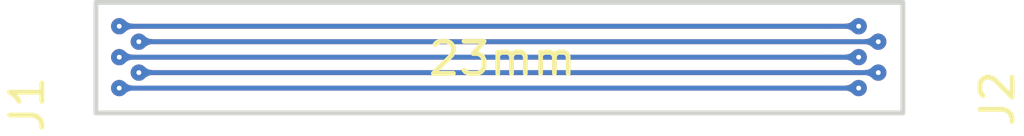
<source format=kicad_pcb>
(kicad_pcb (version 20171130) (host pcbnew "(5.1.0)-1")

  (general
    (thickness 1.6)
    (drawings 5)
    (tracks 20)
    (zones 0)
    (modules 2)
    (nets 6)
  )

  (page A4)
  (layers
    (0 F.Cu signal)
    (31 B.Cu signal)
    (32 B.Adhes user)
    (33 F.Adhes user)
    (34 B.Paste user)
    (35 F.Paste user)
    (36 B.SilkS user)
    (37 F.SilkS user)
    (38 B.Mask user)
    (39 F.Mask user)
    (40 Dwgs.User user)
    (41 Cmts.User user)
    (42 Eco1.User user)
    (43 Eco2.User user)
    (44 Edge.Cuts user)
    (45 Margin user)
    (46 B.CrtYd user)
    (47 F.CrtYd user)
    (48 B.Fab user)
    (49 F.Fab user hide)
  )

  (setup
    (last_trace_width 0.1524)
    (trace_clearance 0.127)
    (zone_clearance 0.127)
    (zone_45_only no)
    (trace_min 0.1524)
    (via_size 0.508)
    (via_drill 0.254)
    (via_min_size 0.508)
    (via_min_drill 0.254)
    (uvia_size 0.3)
    (uvia_drill 0.1)
    (uvias_allowed no)
    (uvia_min_size 0.2)
    (uvia_min_drill 0.1)
    (edge_width 0.15)
    (segment_width 0.2)
    (pcb_text_width 0.3)
    (pcb_text_size 1.5 1.5)
    (mod_edge_width 0.15)
    (mod_text_size 1 1)
    (mod_text_width 0.15)
    (pad_size 0.508 0.508)
    (pad_drill 0.15)
    (pad_to_mask_clearance 0.051)
    (solder_mask_min_width 0.25)
    (aux_axis_origin 0 0)
    (visible_elements FFFFFF7F)
    (pcbplotparams
      (layerselection 0x010fc_ffffffff)
      (usegerberextensions false)
      (usegerberattributes false)
      (usegerberadvancedattributes false)
      (creategerberjobfile false)
      (excludeedgelayer true)
      (linewidth 0.100000)
      (plotframeref false)
      (viasonmask false)
      (mode 1)
      (useauxorigin false)
      (hpglpennumber 1)
      (hpglpenspeed 20)
      (hpglpendiameter 15.000000)
      (psnegative false)
      (psa4output false)
      (plotreference true)
      (plotvalue true)
      (plotinvisibletext false)
      (padsonsilk false)
      (subtractmaskfromsilk false)
      (outputformat 1)
      (mirror false)
      (drillshape 1)
      (scaleselection 1)
      (outputdirectory ""))
  )

  (net 0 "")
  (net 1 "Net-(J1-Pad5)")
  (net 2 "Net-(J1-Pad3)")
  (net 3 "Net-(J1-Pad4)")
  (net 4 "Net-(J1-Pad1)")
  (net 5 "Net-(J1-Pad2)")

  (net_class Default "This is the default net class."
    (clearance 0.127)
    (trace_width 0.1524)
    (via_dia 0.508)
    (via_drill 0.254)
    (uvia_dia 0.3)
    (uvia_drill 0.1)
    (add_net "Net-(J1-Pad1)")
    (add_net "Net-(J1-Pad2)")
    (add_net "Net-(J1-Pad3)")
    (add_net "Net-(J1-Pad4)")
    (add_net "Net-(J1-Pad5)")
  )

  (module .Connector:B2B_Flex_05_Dual_Row_38milx24mil_Hole_20mil (layer F.Cu) (tedit 5DA7B475) (tstamp 5DA7FB9A)
    (at 163 100 90)
    (path /5DA7B421)
    (fp_text reference J2 (at -0.3046 4.2938 90) (layer F.SilkS)
      (effects (font (size 1 1) (thickness 0.15)))
    )
    (fp_text value Conn_01x05 (at 0.3556 3.048 90) (layer F.Fab)
      (effects (font (size 1 1) (thickness 0.15)))
    )
    (pad 5 thru_hole circle (at 1.955398 -0.025 90) (size 0.508 0.508) (drill 0.15) (layers *.Cu *.Mask)
      (net 1 "Net-(J1-Pad5)") (zone_connect 2))
    (pad 3 thru_hole circle (at 0.990199 -0.025 90) (size 0.508 0.508) (drill 0.15) (layers *.Cu *.Mask)
      (net 2 "Net-(J1-Pad3)") (zone_connect 2))
    (pad 4 thru_hole circle (at 1.472798 0.5846 90) (size 0.508 0.508) (drill 0.15) (layers *.Cu *.Mask)
      (net 3 "Net-(J1-Pad4)") (zone_connect 2))
    (pad 1 thru_hole circle (at 0.025 -0.025 90) (size 0.508 0.508) (drill 0.15) (layers *.Cu *.Mask)
      (net 4 "Net-(J1-Pad1)") (zone_connect 2))
    (pad 2 thru_hole circle (at 0.507599 0.5846 90) (size 0.508 0.508) (drill 0.15) (layers *.Cu *.Mask)
      (net 5 "Net-(J1-Pad2)") (zone_connect 2))
  )

  (module .Connector:B2B_Flex_05_Dual_Row_38milx24mil_Hole_20mil (layer F.Cu) (tedit 5D845635) (tstamp 5DA7FB91)
    (at 140 100 90)
    (path /5DA7ADE4)
    (fp_text reference J1 (at -0.48494 -2.88572 90) (layer F.SilkS)
      (effects (font (size 1 1) (thickness 0.15)))
    )
    (fp_text value Conn_01x05 (at 0.3556 3.048 90) (layer F.Fab)
      (effects (font (size 1 1) (thickness 0.15)))
    )
    (pad 5 thru_hole circle (at 1.955398 -0.025 90) (size 0.508 0.508) (drill 0.15) (layers *.Cu *.Mask)
      (net 1 "Net-(J1-Pad5)") (zone_connect 2))
    (pad 3 thru_hole circle (at 0.990199 -0.025 90) (size 0.508 0.508) (drill 0.15) (layers *.Cu *.Mask)
      (net 2 "Net-(J1-Pad3)") (zone_connect 2))
    (pad 4 thru_hole circle (at 1.472798 0.5846 90) (size 0.508 0.508) (drill 0.15) (layers *.Cu *.Mask)
      (net 3 "Net-(J1-Pad4)") (zone_connect 2))
    (pad 1 thru_hole circle (at 0.025 -0.025 90) (size 0.508 0.508) (drill 0.15) (layers *.Cu *.Mask)
      (net 4 "Net-(J1-Pad1)") (zone_connect 2))
    (pad 2 thru_hole circle (at 0.507599 0.5846 90) (size 0.508 0.508) (drill 0.15) (layers *.Cu *.Mask)
      (net 5 "Net-(J1-Pad2)") (zone_connect 2))
  )

  (gr_line (start 164.35 100.75) (end 164.35 97.3) (layer Edge.Cuts) (width 0.15) (tstamp 5DA7FC5E))
  (gr_line (start 139.25 100.75) (end 139.25 97.3) (layer Edge.Cuts) (width 0.15) (tstamp 5DA7FC5D))
  (gr_line (start 164.35 97.3) (end 139.25 97.3) (layer Edge.Cuts) (width 0.15))
  (gr_line (start 139.25 100.75) (end 164.35 100.75) (layer Edge.Cuts) (width 0.15))
  (gr_text 23mm (at 151.892 99.06) (layer F.SilkS)
    (effects (font (size 1 1) (thickness 0.15)))
  )

  (segment (start 139.975 98.044602) (end 161.975 98.044602) (width 0.1524) (layer F.Cu) (net 1))
  (segment (start 139.975 98.044602) (end 161.975 98.044602) (width 0.1524) (layer B.Cu) (net 1))
  (segment (start 161.975 98.044602) (end 162.975 98.044602) (width 0.1524) (layer B.Cu) (net 1))
  (segment (start 161.975 98.044602) (end 162.975 98.044602) (width 0.1524) (layer F.Cu) (net 1))
  (segment (start 139.975 99.009801) (end 161.975 99.009801) (width 0.1524) (layer F.Cu) (net 2))
  (segment (start 161.975 99.009801) (end 162.975 99.009801) (width 0.1524) (layer B.Cu) (net 2))
  (segment (start 139.975 99.009801) (end 161.975 99.009801) (width 0.1524) (layer B.Cu) (net 2))
  (segment (start 161.975 99.009801) (end 162.975 99.009801) (width 0.1524) (layer F.Cu) (net 2))
  (segment (start 140.5846 98.527202) (end 162.5846 98.527202) (width 0.1524) (layer B.Cu) (net 3))
  (segment (start 162.5846 98.527202) (end 163.5846 98.527202) (width 0.1524) (layer B.Cu) (net 3))
  (segment (start 162.5846 98.527202) (end 163.5846 98.527202) (width 0.1524) (layer F.Cu) (net 3))
  (segment (start 140.5846 98.527202) (end 162.5846 98.527202) (width 0.1524) (layer F.Cu) (net 3))
  (segment (start 139.975 99.975) (end 161.975 99.975) (width 0.1524) (layer F.Cu) (net 4))
  (segment (start 161.975 99.975) (end 139.975 99.975) (width 0.1524) (layer B.Cu) (net 4))
  (segment (start 161.975 99.975) (end 162.975 99.975) (width 0.1524) (layer B.Cu) (net 4))
  (segment (start 161.975 99.975) (end 162.975 99.975) (width 0.1524) (layer F.Cu) (net 4))
  (segment (start 140.5846 99.492401) (end 162.5846 99.492401) (width 0.1524) (layer B.Cu) (net 5))
  (segment (start 162.5846 99.492401) (end 163.5846 99.492401) (width 0.1524) (layer B.Cu) (net 5))
  (segment (start 162.738401 99.492401) (end 163.5846 99.492401) (width 0.1524) (layer F.Cu) (net 5))
  (segment (start 140.5846 99.492401) (end 162.738401 99.492401) (width 0.1524) (layer F.Cu) (net 5))

  (zone (net 1) (net_name "Net-(J1-Pad5)") (layer F.Cu) (tstamp 5DA7B40A) (hatch edge 0.508)
    (priority 100)
    (connect_pads yes (clearance 0.127))
    (min_thickness 0.0254)
    (fill yes (arc_segments 32) (thermal_gap 0.508) (thermal_bridge_width 0.508))
    (polygon
      (pts
        (xy 162.5473 97.9678) (xy 162.576466 97.966784) (xy 162.604658 97.963736) (xy 162.631877 97.958657) (xy 162.658123 97.951544)
        (xy 162.683395 97.9424) (xy 162.707693 97.931224) (xy 162.731018 97.918016) (xy 162.753369 97.902776) (xy 162.774747 97.885504)
        (xy 162.795152 97.8662) (xy 163.103544 98.044) (xy 162.795152 98.2218) (xy 162.774747 98.202496) (xy 162.753369 98.185224)
        (xy 162.731018 98.169985) (xy 162.707693 98.156776) (xy 162.683395 98.1456) (xy 162.658123 98.136456) (xy 162.631877 98.129344)
        (xy 162.604658 98.124264) (xy 162.576466 98.121216) (xy 162.5473 98.1202)
      )
    )
    (filled_polygon
      (pts
        (xy 163.078118 98.044) (xy 162.797007 98.206072) (xy 162.783475 98.19327) (xy 162.782728 98.192617) (xy 162.76135 98.175345)
        (xy 162.760523 98.174731) (xy 162.738172 98.159492) (xy 162.737276 98.158934) (xy 162.713951 98.145725) (xy 162.713 98.145238)
        (xy 162.688702 98.134062) (xy 162.687716 98.133658) (xy 162.662444 98.124514) (xy 162.661445 98.124198) (xy 162.635199 98.117086)
        (xy 162.634207 98.11686) (xy 162.606988 98.11178) (xy 162.606023 98.111638) (xy 162.577831 98.10859) (xy 162.576908 98.108524)
        (xy 162.56 98.107935) (xy 162.56 97.980065) (xy 162.576908 97.979476) (xy 162.577831 97.97941) (xy 162.606023 97.976362)
        (xy 162.606988 97.976221) (xy 162.634207 97.971142) (xy 162.635199 97.970915) (xy 162.661445 97.963802) (xy 162.662444 97.963486)
        (xy 162.687716 97.954342) (xy 162.688702 97.953938) (xy 162.713 97.942762) (xy 162.713951 97.942275) (xy 162.737276 97.929067)
        (xy 162.738173 97.928509) (xy 162.760524 97.913269) (xy 162.76135 97.912655) (xy 162.782728 97.895383) (xy 162.783475 97.89473)
        (xy 162.797007 97.881928)
      )
    )
  )
  (zone (net 3) (net_name "Net-(J1-Pad4)") (layer F.Cu) (tstamp 5DA7FCE4) (hatch edge 0.508)
    (priority 100)
    (connect_pads yes (clearance 0.127))
    (min_thickness 0.0254)
    (fill yes (arc_segments 32) (thermal_gap 0.508) (thermal_bridge_width 0.508))
    (polygon
      (pts
        (xy 163.15436 98.4504) (xy 163.183526 98.449384) (xy 163.211718 98.446336) (xy 163.238937 98.441257) (xy 163.265183 98.434144)
        (xy 163.290455 98.425) (xy 163.314753 98.413824) (xy 163.338078 98.400616) (xy 163.360429 98.385376) (xy 163.381807 98.368104)
        (xy 163.402212 98.3488) (xy 163.710604 98.5266) (xy 163.402212 98.7044) (xy 163.381807 98.685096) (xy 163.360429 98.667824)
        (xy 163.338078 98.652585) (xy 163.314753 98.639376) (xy 163.290455 98.6282) (xy 163.265183 98.619056) (xy 163.238937 98.611944)
        (xy 163.211718 98.606864) (xy 163.183526 98.603816) (xy 163.15436 98.6028)
      )
    )
    (filled_polygon
      (pts
        (xy 163.685178 98.5266) (xy 163.404067 98.688672) (xy 163.390535 98.67587) (xy 163.389788 98.675217) (xy 163.36841 98.657945)
        (xy 163.367583 98.657331) (xy 163.345232 98.642092) (xy 163.344336 98.641534) (xy 163.321011 98.628325) (xy 163.32006 98.627838)
        (xy 163.295762 98.616662) (xy 163.294776 98.616258) (xy 163.269504 98.607114) (xy 163.268505 98.606798) (xy 163.242259 98.599686)
        (xy 163.241267 98.59946) (xy 163.214048 98.59438) (xy 163.213083 98.594238) (xy 163.184891 98.59119) (xy 163.183968 98.591124)
        (xy 163.16706 98.590535) (xy 163.16706 98.462665) (xy 163.183968 98.462076) (xy 163.184891 98.46201) (xy 163.213083 98.458962)
        (xy 163.214048 98.458821) (xy 163.241267 98.453742) (xy 163.242259 98.453515) (xy 163.268505 98.446402) (xy 163.269504 98.446086)
        (xy 163.294776 98.436942) (xy 163.295762 98.436538) (xy 163.32006 98.425362) (xy 163.321011 98.424875) (xy 163.344336 98.411667)
        (xy 163.345233 98.411109) (xy 163.367584 98.395869) (xy 163.36841 98.395255) (xy 163.389788 98.377983) (xy 163.390535 98.37733)
        (xy 163.404067 98.364528)
      )
    )
  )
  (zone (net 2) (net_name "Net-(J1-Pad3)") (layer F.Cu) (tstamp 5DA7FCE4) (hatch edge 0.508)
    (priority 100)
    (connect_pads yes (clearance 0.127))
    (min_thickness 0.0254)
    (fill yes (arc_segments 32) (thermal_gap 0.508) (thermal_bridge_width 0.508))
    (polygon
      (pts
        (xy 162.5473 98.933) (xy 162.576466 98.931984) (xy 162.604658 98.928936) (xy 162.631877 98.923857) (xy 162.658123 98.916744)
        (xy 162.683395 98.9076) (xy 162.707693 98.896424) (xy 162.731018 98.883216) (xy 162.753369 98.867976) (xy 162.774747 98.850704)
        (xy 162.795152 98.8314) (xy 163.103544 99.0092) (xy 162.795152 99.187) (xy 162.774747 99.167696) (xy 162.753369 99.150424)
        (xy 162.731018 99.135185) (xy 162.707693 99.121976) (xy 162.683395 99.1108) (xy 162.658123 99.101656) (xy 162.631877 99.094544)
        (xy 162.604658 99.089464) (xy 162.576466 99.086416) (xy 162.5473 99.0854)
      )
    )
    (filled_polygon
      (pts
        (xy 163.078118 99.0092) (xy 162.797007 99.171272) (xy 162.783475 99.15847) (xy 162.782728 99.157817) (xy 162.76135 99.140545)
        (xy 162.760523 99.139931) (xy 162.738172 99.124692) (xy 162.737276 99.124134) (xy 162.713951 99.110925) (xy 162.713 99.110438)
        (xy 162.688702 99.099262) (xy 162.687716 99.098858) (xy 162.662444 99.089714) (xy 162.661445 99.089398) (xy 162.635199 99.082286)
        (xy 162.634207 99.08206) (xy 162.606988 99.07698) (xy 162.606023 99.076838) (xy 162.577831 99.07379) (xy 162.576908 99.073724)
        (xy 162.56 99.073135) (xy 162.56 98.945265) (xy 162.576908 98.944676) (xy 162.577831 98.94461) (xy 162.606023 98.941562)
        (xy 162.606988 98.941421) (xy 162.634207 98.936342) (xy 162.635199 98.936115) (xy 162.661445 98.929002) (xy 162.662444 98.928686)
        (xy 162.687716 98.919542) (xy 162.688702 98.919138) (xy 162.713 98.907962) (xy 162.713951 98.907475) (xy 162.737276 98.894267)
        (xy 162.738173 98.893709) (xy 162.760524 98.878469) (xy 162.76135 98.877855) (xy 162.782728 98.860583) (xy 162.783475 98.85993)
        (xy 162.797007 98.847128)
      )
    )
  )
  (zone (net 5) (net_name "Net-(J1-Pad2)") (layer F.Cu) (tstamp 5DA7FCE4) (hatch edge 0.508)
    (priority 100)
    (connect_pads yes (clearance 0.127))
    (min_thickness 0.0254)
    (fill yes (arc_segments 32) (thermal_gap 0.508) (thermal_bridge_width 0.508))
    (polygon
      (pts
        (xy 163.15436 99.4156) (xy 163.183526 99.414584) (xy 163.211718 99.411536) (xy 163.238937 99.406457) (xy 163.265183 99.399344)
        (xy 163.290455 99.3902) (xy 163.314753 99.379024) (xy 163.338078 99.365816) (xy 163.360429 99.350576) (xy 163.381807 99.333304)
        (xy 163.402212 99.314) (xy 163.710604 99.4918) (xy 163.402212 99.6696) (xy 163.381807 99.650296) (xy 163.360429 99.633024)
        (xy 163.338078 99.617785) (xy 163.314753 99.604576) (xy 163.290455 99.5934) (xy 163.265183 99.584256) (xy 163.238937 99.577144)
        (xy 163.211718 99.572064) (xy 163.183526 99.569016) (xy 163.15436 99.568)
      )
    )
    (filled_polygon
      (pts
        (xy 163.685178 99.4918) (xy 163.404067 99.653872) (xy 163.390535 99.64107) (xy 163.389788 99.640417) (xy 163.36841 99.623145)
        (xy 163.367583 99.622531) (xy 163.345232 99.607292) (xy 163.344336 99.606734) (xy 163.321011 99.593525) (xy 163.32006 99.593038)
        (xy 163.295762 99.581862) (xy 163.294776 99.581458) (xy 163.269504 99.572314) (xy 163.268505 99.571998) (xy 163.242259 99.564886)
        (xy 163.241267 99.56466) (xy 163.214048 99.55958) (xy 163.213083 99.559438) (xy 163.184891 99.55639) (xy 163.183968 99.556324)
        (xy 163.16706 99.555735) (xy 163.16706 99.427865) (xy 163.183968 99.427276) (xy 163.184891 99.42721) (xy 163.213083 99.424162)
        (xy 163.214048 99.424021) (xy 163.241267 99.418942) (xy 163.242259 99.418715) (xy 163.268505 99.411602) (xy 163.269504 99.411286)
        (xy 163.294776 99.402142) (xy 163.295762 99.401738) (xy 163.32006 99.390562) (xy 163.321011 99.390075) (xy 163.344336 99.376867)
        (xy 163.345233 99.376309) (xy 163.367584 99.361069) (xy 163.36841 99.360455) (xy 163.389788 99.343183) (xy 163.390535 99.34253)
        (xy 163.404067 99.329728)
      )
    )
  )
  (zone (net 4) (net_name "Net-(J1-Pad1)") (layer F.Cu) (tstamp 5DA7FCE4) (hatch edge 0.508)
    (priority 100)
    (connect_pads yes (clearance 0.127))
    (min_thickness 0.0254)
    (fill yes (arc_segments 32) (thermal_gap 0.508) (thermal_bridge_width 0.508))
    (polygon
      (pts
        (xy 162.54476 99.8982) (xy 162.573926 99.897184) (xy 162.602118 99.894136) (xy 162.629337 99.889057) (xy 162.655583 99.881944)
        (xy 162.680855 99.8728) (xy 162.705153 99.861624) (xy 162.728478 99.848416) (xy 162.750829 99.833176) (xy 162.772207 99.815904)
        (xy 162.792612 99.7966) (xy 163.101004 99.9744) (xy 162.792612 100.1522) (xy 162.772207 100.132896) (xy 162.750829 100.115624)
        (xy 162.728478 100.100385) (xy 162.705153 100.087176) (xy 162.680855 100.076) (xy 162.655583 100.066856) (xy 162.629337 100.059744)
        (xy 162.602118 100.054664) (xy 162.573926 100.051616) (xy 162.54476 100.0506)
      )
    )
    (filled_polygon
      (pts
        (xy 163.075578 99.9744) (xy 162.794467 100.136472) (xy 162.780935 100.12367) (xy 162.780188 100.123017) (xy 162.75881 100.105745)
        (xy 162.757983 100.105131) (xy 162.735632 100.089892) (xy 162.734736 100.089334) (xy 162.711411 100.076125) (xy 162.71046 100.075638)
        (xy 162.686162 100.064462) (xy 162.685176 100.064058) (xy 162.659904 100.054914) (xy 162.658905 100.054598) (xy 162.632659 100.047486)
        (xy 162.631667 100.04726) (xy 162.604448 100.04218) (xy 162.603483 100.042038) (xy 162.575291 100.03899) (xy 162.574368 100.038924)
        (xy 162.55746 100.038335) (xy 162.55746 99.910465) (xy 162.574368 99.909876) (xy 162.575291 99.90981) (xy 162.603483 99.906762)
        (xy 162.604448 99.906621) (xy 162.631667 99.901542) (xy 162.632659 99.901315) (xy 162.658905 99.894202) (xy 162.659904 99.893886)
        (xy 162.685176 99.884742) (xy 162.686162 99.884338) (xy 162.71046 99.873162) (xy 162.711411 99.872675) (xy 162.734736 99.859467)
        (xy 162.735633 99.858909) (xy 162.757984 99.843669) (xy 162.75881 99.843055) (xy 162.780188 99.825783) (xy 162.780935 99.82513)
        (xy 162.794467 99.812328)
      )
    )
  )
  (zone (net 1) (net_name "Net-(J1-Pad5)") (layer F.Cu) (tstamp 5DA7FCE4) (hatch edge 0.508)
    (priority 100)
    (connect_pads yes (clearance 0.127))
    (min_thickness 0.0254)
    (fill yes (arc_segments 32) (thermal_gap 0.508) (thermal_bridge_width 0.508))
    (polygon
      (pts
        (xy 140.40612 98.1202) (xy 140.376954 98.121216) (xy 140.348762 98.124264) (xy 140.321543 98.129343) (xy 140.295297 98.136456)
        (xy 140.270025 98.1456) (xy 140.245727 98.156776) (xy 140.222402 98.169984) (xy 140.200051 98.185224) (xy 140.178673 98.202496)
        (xy 140.158268 98.2218) (xy 139.849876 98.044) (xy 140.158268 97.8662) (xy 140.178673 97.885504) (xy 140.200051 97.902776)
        (xy 140.222402 97.918015) (xy 140.245727 97.931224) (xy 140.270025 97.9424) (xy 140.295297 97.951544) (xy 140.321543 97.958656)
        (xy 140.348762 97.963736) (xy 140.376954 97.966784) (xy 140.40612 97.9678)
      )
    )
    (filled_polygon
      (pts
        (xy 140.169945 97.89473) (xy 140.170692 97.895383) (xy 140.19207 97.912655) (xy 140.192897 97.913269) (xy 140.215248 97.928508)
        (xy 140.216144 97.929066) (xy 140.239469 97.942275) (xy 140.24042 97.942762) (xy 140.264718 97.953938) (xy 140.265704 97.954342)
        (xy 140.290976 97.963486) (xy 140.291975 97.963802) (xy 140.318221 97.970914) (xy 140.319213 97.97114) (xy 140.346432 97.97622)
        (xy 140.347397 97.976362) (xy 140.375589 97.97941) (xy 140.376512 97.979476) (xy 140.39342 97.980065) (xy 140.39342 98.107935)
        (xy 140.376512 98.108524) (xy 140.375589 98.10859) (xy 140.347397 98.111638) (xy 140.346432 98.111779) (xy 140.319213 98.116858)
        (xy 140.318221 98.117085) (xy 140.291975 98.124198) (xy 140.290976 98.124514) (xy 140.265704 98.133658) (xy 140.264718 98.134062)
        (xy 140.24042 98.145238) (xy 140.239469 98.145725) (xy 140.216144 98.158933) (xy 140.215247 98.159491) (xy 140.192896 98.174731)
        (xy 140.19207 98.175345) (xy 140.170692 98.192617) (xy 140.169945 98.19327) (xy 140.156413 98.206072) (xy 139.875302 98.044)
        (xy 140.156413 97.881928)
      )
    )
  )
  (zone (net 3) (net_name "Net-(J1-Pad4)") (layer F.Cu) (tstamp 5DA7FD20) (hatch edge 0.508)
    (priority 100)
    (connect_pads yes (clearance 0.127))
    (min_thickness 0.0254)
    (fill yes (arc_segments 32) (thermal_gap 0.508) (thermal_bridge_width 0.508))
    (polygon
      (pts
        (xy 141.01572 98.6028) (xy 140.986554 98.603816) (xy 140.958362 98.606864) (xy 140.931143 98.611943) (xy 140.904897 98.619056)
        (xy 140.879625 98.6282) (xy 140.855327 98.639376) (xy 140.832002 98.652584) (xy 140.809651 98.667824) (xy 140.788273 98.685096)
        (xy 140.767868 98.7044) (xy 140.459476 98.5266) (xy 140.767868 98.3488) (xy 140.788273 98.368104) (xy 140.809651 98.385376)
        (xy 140.832002 98.400615) (xy 140.855327 98.413824) (xy 140.879625 98.425) (xy 140.904897 98.434144) (xy 140.931143 98.441256)
        (xy 140.958362 98.446336) (xy 140.986554 98.449384) (xy 141.01572 98.4504)
      )
    )
    (filled_polygon
      (pts
        (xy 140.779545 98.37733) (xy 140.780292 98.377983) (xy 140.80167 98.395255) (xy 140.802497 98.395869) (xy 140.824848 98.411108)
        (xy 140.825744 98.411666) (xy 140.849069 98.424875) (xy 140.85002 98.425362) (xy 140.874318 98.436538) (xy 140.875304 98.436942)
        (xy 140.900576 98.446086) (xy 140.901575 98.446402) (xy 140.927821 98.453514) (xy 140.928813 98.45374) (xy 140.956032 98.45882)
        (xy 140.956997 98.458962) (xy 140.985189 98.46201) (xy 140.986112 98.462076) (xy 141.00302 98.462665) (xy 141.00302 98.590535)
        (xy 140.986112 98.591124) (xy 140.985189 98.59119) (xy 140.956997 98.594238) (xy 140.956032 98.594379) (xy 140.928813 98.599458)
        (xy 140.927821 98.599685) (xy 140.901575 98.606798) (xy 140.900576 98.607114) (xy 140.875304 98.616258) (xy 140.874318 98.616662)
        (xy 140.85002 98.627838) (xy 140.849069 98.628325) (xy 140.825744 98.641533) (xy 140.824847 98.642091) (xy 140.802496 98.657331)
        (xy 140.80167 98.657945) (xy 140.780292 98.675217) (xy 140.779545 98.67587) (xy 140.766013 98.688672) (xy 140.484902 98.5266)
        (xy 140.766013 98.364528)
      )
    )
  )
  (zone (net 2) (net_name "Net-(J1-Pad3)") (layer F.Cu) (tstamp 5DA7FD20) (hatch edge 0.508)
    (priority 100)
    (connect_pads yes (clearance 0.127))
    (min_thickness 0.0254)
    (fill yes (arc_segments 32) (thermal_gap 0.508) (thermal_bridge_width 0.508))
    (polygon
      (pts
        (xy 140.40358 99.0854) (xy 140.374414 99.086416) (xy 140.346222 99.089464) (xy 140.319003 99.094543) (xy 140.292757 99.101656)
        (xy 140.267485 99.1108) (xy 140.243187 99.121976) (xy 140.219862 99.135184) (xy 140.197511 99.150424) (xy 140.176133 99.167696)
        (xy 140.155728 99.187) (xy 139.847336 99.0092) (xy 140.155728 98.8314) (xy 140.176133 98.850704) (xy 140.197511 98.867976)
        (xy 140.219862 98.883215) (xy 140.243187 98.896424) (xy 140.267485 98.9076) (xy 140.292757 98.916744) (xy 140.319003 98.923856)
        (xy 140.346222 98.928936) (xy 140.374414 98.931984) (xy 140.40358 98.933)
      )
    )
    (filled_polygon
      (pts
        (xy 140.167405 98.85993) (xy 140.168152 98.860583) (xy 140.18953 98.877855) (xy 140.190357 98.878469) (xy 140.212708 98.893708)
        (xy 140.213604 98.894266) (xy 140.236929 98.907475) (xy 140.23788 98.907962) (xy 140.262178 98.919138) (xy 140.263164 98.919542)
        (xy 140.288436 98.928686) (xy 140.289435 98.929002) (xy 140.315681 98.936114) (xy 140.316673 98.93634) (xy 140.343892 98.94142)
        (xy 140.344857 98.941562) (xy 140.373049 98.94461) (xy 140.373972 98.944676) (xy 140.39088 98.945265) (xy 140.39088 99.073135)
        (xy 140.373972 99.073724) (xy 140.373049 99.07379) (xy 140.344857 99.076838) (xy 140.343892 99.076979) (xy 140.316673 99.082058)
        (xy 140.315681 99.082285) (xy 140.289435 99.089398) (xy 140.288436 99.089714) (xy 140.263164 99.098858) (xy 140.262178 99.099262)
        (xy 140.23788 99.110438) (xy 140.236929 99.110925) (xy 140.213604 99.124133) (xy 140.212707 99.124691) (xy 140.190356 99.139931)
        (xy 140.18953 99.140545) (xy 140.168152 99.157817) (xy 140.167405 99.15847) (xy 140.153873 99.171272) (xy 139.872762 99.0092)
        (xy 140.153873 98.847128)
      )
    )
  )
  (zone (net 5) (net_name "Net-(J1-Pad2)") (layer F.Cu) (tstamp 5DA7FD20) (hatch edge 0.508)
    (priority 100)
    (connect_pads yes (clearance 0.127))
    (min_thickness 0.0254)
    (fill yes (arc_segments 32) (thermal_gap 0.508) (thermal_bridge_width 0.508))
    (polygon
      (pts
        (xy 141.01572 99.568) (xy 140.986554 99.569016) (xy 140.958362 99.572064) (xy 140.931143 99.577143) (xy 140.904897 99.584256)
        (xy 140.879625 99.5934) (xy 140.855327 99.604576) (xy 140.832002 99.617784) (xy 140.809651 99.633024) (xy 140.788273 99.650296)
        (xy 140.767868 99.6696) (xy 140.459476 99.4918) (xy 140.767868 99.314) (xy 140.788273 99.333304) (xy 140.809651 99.350576)
        (xy 140.832002 99.365815) (xy 140.855327 99.379024) (xy 140.879625 99.3902) (xy 140.904897 99.399344) (xy 140.931143 99.406456)
        (xy 140.958362 99.411536) (xy 140.986554 99.414584) (xy 141.01572 99.4156)
      )
    )
    (filled_polygon
      (pts
        (xy 140.779545 99.34253) (xy 140.780292 99.343183) (xy 140.80167 99.360455) (xy 140.802497 99.361069) (xy 140.824848 99.376308)
        (xy 140.825744 99.376866) (xy 140.849069 99.390075) (xy 140.85002 99.390562) (xy 140.874318 99.401738) (xy 140.875304 99.402142)
        (xy 140.900576 99.411286) (xy 140.901575 99.411602) (xy 140.927821 99.418714) (xy 140.928813 99.41894) (xy 140.956032 99.42402)
        (xy 140.956997 99.424162) (xy 140.985189 99.42721) (xy 140.986112 99.427276) (xy 141.00302 99.427865) (xy 141.00302 99.555735)
        (xy 140.986112 99.556324) (xy 140.985189 99.55639) (xy 140.956997 99.559438) (xy 140.956032 99.559579) (xy 140.928813 99.564658)
        (xy 140.927821 99.564885) (xy 140.901575 99.571998) (xy 140.900576 99.572314) (xy 140.875304 99.581458) (xy 140.874318 99.581862)
        (xy 140.85002 99.593038) (xy 140.849069 99.593525) (xy 140.825744 99.606733) (xy 140.824847 99.607291) (xy 140.802496 99.622531)
        (xy 140.80167 99.623145) (xy 140.780292 99.640417) (xy 140.779545 99.64107) (xy 140.766013 99.653872) (xy 140.484902 99.4918)
        (xy 140.766013 99.329728)
      )
    )
  )
  (zone (net 4) (net_name "Net-(J1-Pad1)") (layer F.Cu) (tstamp 5DA7FD20) (hatch edge 0.508)
    (priority 100)
    (connect_pads yes (clearance 0.127))
    (min_thickness 0.0254)
    (fill yes (arc_segments 32) (thermal_gap 0.508) (thermal_bridge_width 0.508))
    (polygon
      (pts
        (xy 140.40358 100.0506) (xy 140.374414 100.051616) (xy 140.346222 100.054664) (xy 140.319003 100.059743) (xy 140.292757 100.066856)
        (xy 140.267485 100.076) (xy 140.243187 100.087176) (xy 140.219862 100.100384) (xy 140.197511 100.115624) (xy 140.176133 100.132896)
        (xy 140.155728 100.1522) (xy 139.847336 99.9744) (xy 140.155728 99.7966) (xy 140.176133 99.815904) (xy 140.197511 99.833176)
        (xy 140.219862 99.848415) (xy 140.243187 99.861624) (xy 140.267485 99.8728) (xy 140.292757 99.881944) (xy 140.319003 99.889056)
        (xy 140.346222 99.894136) (xy 140.374414 99.897184) (xy 140.40358 99.8982)
      )
    )
    (filled_polygon
      (pts
        (xy 140.167405 99.82513) (xy 140.168152 99.825783) (xy 140.18953 99.843055) (xy 140.190357 99.843669) (xy 140.212708 99.858908)
        (xy 140.213604 99.859466) (xy 140.236929 99.872675) (xy 140.23788 99.873162) (xy 140.262178 99.884338) (xy 140.263164 99.884742)
        (xy 140.288436 99.893886) (xy 140.289435 99.894202) (xy 140.315681 99.901314) (xy 140.316673 99.90154) (xy 140.343892 99.90662)
        (xy 140.344857 99.906762) (xy 140.373049 99.90981) (xy 140.373972 99.909876) (xy 140.39088 99.910465) (xy 140.39088 100.038335)
        (xy 140.373972 100.038924) (xy 140.373049 100.03899) (xy 140.344857 100.042038) (xy 140.343892 100.042179) (xy 140.316673 100.047258)
        (xy 140.315681 100.047485) (xy 140.289435 100.054598) (xy 140.288436 100.054914) (xy 140.263164 100.064058) (xy 140.262178 100.064462)
        (xy 140.23788 100.075638) (xy 140.236929 100.076125) (xy 140.213604 100.089333) (xy 140.212707 100.089891) (xy 140.190356 100.105131)
        (xy 140.18953 100.105745) (xy 140.168152 100.123017) (xy 140.167405 100.12367) (xy 140.153873 100.136472) (xy 139.872762 99.9744)
        (xy 140.153873 99.812328)
      )
    )
  )
  (zone (net 1) (net_name "Net-(J1-Pad5)") (layer B.Cu) (tstamp 5DA7FD9B) (hatch edge 0.508)
    (priority 100)
    (connect_pads yes (clearance 0.127))
    (min_thickness 0.0254)
    (fill yes (arc_segments 32) (thermal_gap 0.508) (thermal_bridge_width 0.508))
    (polygon
      (pts
        (xy 140.40612 97.9678) (xy 140.376954 97.966784) (xy 140.348762 97.963736) (xy 140.321543 97.958657) (xy 140.295297 97.951544)
        (xy 140.270025 97.9424) (xy 140.245727 97.931224) (xy 140.222402 97.918016) (xy 140.200051 97.902776) (xy 140.178673 97.885504)
        (xy 140.158268 97.8662) (xy 139.849876 98.044) (xy 140.158268 98.2218) (xy 140.178673 98.202496) (xy 140.200051 98.185224)
        (xy 140.222402 98.169985) (xy 140.245727 98.156776) (xy 140.270025 98.1456) (xy 140.295297 98.136456) (xy 140.321543 98.129344)
        (xy 140.348762 98.124264) (xy 140.376954 98.121216) (xy 140.40612 98.1202)
      )
    )
    (filled_polygon
      (pts
        (xy 140.169945 97.89473) (xy 140.170692 97.895383) (xy 140.19207 97.912655) (xy 140.192896 97.913269) (xy 140.215247 97.928509)
        (xy 140.216144 97.929067) (xy 140.239469 97.942275) (xy 140.24042 97.942762) (xy 140.264718 97.953938) (xy 140.265704 97.954342)
        (xy 140.290976 97.963486) (xy 140.291975 97.963802) (xy 140.318221 97.970915) (xy 140.319213 97.971142) (xy 140.346432 97.976221)
        (xy 140.347397 97.976362) (xy 140.375589 97.97941) (xy 140.376512 97.979476) (xy 140.39342 97.980065) (xy 140.39342 98.107935)
        (xy 140.376512 98.108524) (xy 140.375589 98.10859) (xy 140.347397 98.111638) (xy 140.346432 98.11178) (xy 140.319213 98.11686)
        (xy 140.318221 98.117086) (xy 140.291975 98.124198) (xy 140.290976 98.124514) (xy 140.265704 98.133658) (xy 140.264718 98.134062)
        (xy 140.24042 98.145238) (xy 140.239469 98.145725) (xy 140.216144 98.158934) (xy 140.215248 98.159492) (xy 140.192897 98.174731)
        (xy 140.19207 98.175345) (xy 140.170692 98.192617) (xy 140.169945 98.19327) (xy 140.156413 98.206072) (xy 139.875302 98.044)
        (xy 140.156413 97.881928)
      )
    )
  )
  (zone (net 3) (net_name "Net-(J1-Pad4)") (layer B.Cu) (tstamp 5DA7FD9F) (hatch edge 0.508)
    (priority 100)
    (connect_pads yes (clearance 0.127))
    (min_thickness 0.0254)
    (fill yes (arc_segments 32) (thermal_gap 0.508) (thermal_bridge_width 0.508))
    (polygon
      (pts
        (xy 141.014018 98.449384) (xy 140.984852 98.448368) (xy 140.95666 98.44532) (xy 140.929441 98.440241) (xy 140.903195 98.433128)
        (xy 140.877923 98.423984) (xy 140.853625 98.412808) (xy 140.8303 98.3996) (xy 140.807949 98.38436) (xy 140.786571 98.367088)
        (xy 140.766166 98.347784) (xy 140.457774 98.525584) (xy 140.766166 98.703384) (xy 140.786571 98.68408) (xy 140.807949 98.666808)
        (xy 140.8303 98.651569) (xy 140.853625 98.63836) (xy 140.877923 98.627184) (xy 140.903195 98.61804) (xy 140.929441 98.610928)
        (xy 140.95666 98.605848) (xy 140.984852 98.6028) (xy 141.014018 98.601784)
      )
    )
    (filled_polygon
      (pts
        (xy 140.777843 98.376314) (xy 140.77859 98.376967) (xy 140.799968 98.394239) (xy 140.800794 98.394853) (xy 140.823145 98.410093)
        (xy 140.824042 98.410651) (xy 140.847367 98.423859) (xy 140.848318 98.424346) (xy 140.872616 98.435522) (xy 140.873602 98.435926)
        (xy 140.898874 98.44507) (xy 140.899873 98.445386) (xy 140.926119 98.452499) (xy 140.927111 98.452726) (xy 140.95433 98.457805)
        (xy 140.955295 98.457946) (xy 140.983487 98.460994) (xy 140.98441 98.46106) (xy 141.001318 98.461649) (xy 141.001318 98.589519)
        (xy 140.98441 98.590108) (xy 140.983487 98.590174) (xy 140.955295 98.593222) (xy 140.95433 98.593364) (xy 140.927111 98.598444)
        (xy 140.926119 98.59867) (xy 140.899873 98.605782) (xy 140.898874 98.606098) (xy 140.873602 98.615242) (xy 140.872616 98.615646)
        (xy 140.848318 98.626822) (xy 140.847367 98.627309) (xy 140.824042 98.640518) (xy 140.823146 98.641076) (xy 140.800795 98.656315)
        (xy 140.799968 98.656929) (xy 140.77859 98.674201) (xy 140.777843 98.674854) (xy 140.764311 98.687656) (xy 140.4832 98.525584)
        (xy 140.764311 98.363512)
      )
    )
  )
  (zone (net 2) (net_name "Net-(J1-Pad3)") (layer B.Cu) (tstamp 5DA7FDD1) (hatch edge 0.508)
    (priority 100)
    (connect_pads yes (clearance 0.127))
    (min_thickness 0.0254)
    (fill yes (arc_segments 32) (thermal_gap 0.508) (thermal_bridge_width 0.508))
    (polygon
      (pts
        (xy 140.40358 98.933) (xy 140.374414 98.931984) (xy 140.346222 98.928936) (xy 140.319003 98.923857) (xy 140.292757 98.916744)
        (xy 140.267485 98.9076) (xy 140.243187 98.896424) (xy 140.219862 98.883216) (xy 140.197511 98.867976) (xy 140.176133 98.850704)
        (xy 140.155728 98.8314) (xy 139.847336 99.0092) (xy 140.155728 99.187) (xy 140.176133 99.167696) (xy 140.197511 99.150424)
        (xy 140.219862 99.135185) (xy 140.243187 99.121976) (xy 140.267485 99.1108) (xy 140.292757 99.101656) (xy 140.319003 99.094544)
        (xy 140.346222 99.089464) (xy 140.374414 99.086416) (xy 140.40358 99.0854)
      )
    )
    (filled_polygon
      (pts
        (xy 140.167405 98.85993) (xy 140.168152 98.860583) (xy 140.18953 98.877855) (xy 140.190356 98.878469) (xy 140.212707 98.893709)
        (xy 140.213604 98.894267) (xy 140.236929 98.907475) (xy 140.23788 98.907962) (xy 140.262178 98.919138) (xy 140.263164 98.919542)
        (xy 140.288436 98.928686) (xy 140.289435 98.929002) (xy 140.315681 98.936115) (xy 140.316673 98.936342) (xy 140.343892 98.941421)
        (xy 140.344857 98.941562) (xy 140.373049 98.94461) (xy 140.373972 98.944676) (xy 140.39088 98.945265) (xy 140.39088 99.073135)
        (xy 140.373972 99.073724) (xy 140.373049 99.07379) (xy 140.344857 99.076838) (xy 140.343892 99.07698) (xy 140.316673 99.08206)
        (xy 140.315681 99.082286) (xy 140.289435 99.089398) (xy 140.288436 99.089714) (xy 140.263164 99.098858) (xy 140.262178 99.099262)
        (xy 140.23788 99.110438) (xy 140.236929 99.110925) (xy 140.213604 99.124134) (xy 140.212708 99.124692) (xy 140.190357 99.139931)
        (xy 140.18953 99.140545) (xy 140.168152 99.157817) (xy 140.167405 99.15847) (xy 140.153873 99.171272) (xy 139.872762 99.0092)
        (xy 140.153873 98.847128)
      )
    )
  )
  (zone (net 5) (net_name "Net-(J1-Pad2)") (layer B.Cu) (tstamp 5DA7FDE7) (hatch edge 0.508)
    (priority 100)
    (connect_pads yes (clearance 0.127))
    (min_thickness 0.0254)
    (fill yes (arc_segments 32) (thermal_gap 0.508) (thermal_bridge_width 0.508))
    (polygon
      (pts
        (xy 141.01572 99.4156) (xy 140.986554 99.414584) (xy 140.958362 99.411536) (xy 140.931143 99.406457) (xy 140.904897 99.399344)
        (xy 140.879625 99.3902) (xy 140.855327 99.379024) (xy 140.832002 99.365816) (xy 140.809651 99.350576) (xy 140.788273 99.333304)
        (xy 140.767868 99.314) (xy 140.459476 99.4918) (xy 140.767868 99.6696) (xy 140.788273 99.650296) (xy 140.809651 99.633024)
        (xy 140.832002 99.617785) (xy 140.855327 99.604576) (xy 140.879625 99.5934) (xy 140.904897 99.584256) (xy 140.931143 99.577144)
        (xy 140.958362 99.572064) (xy 140.986554 99.569016) (xy 141.01572 99.568)
      )
    )
    (filled_polygon
      (pts
        (xy 140.779545 99.34253) (xy 140.780292 99.343183) (xy 140.80167 99.360455) (xy 140.802496 99.361069) (xy 140.824847 99.376309)
        (xy 140.825744 99.376867) (xy 140.849069 99.390075) (xy 140.85002 99.390562) (xy 140.874318 99.401738) (xy 140.875304 99.402142)
        (xy 140.900576 99.411286) (xy 140.901575 99.411602) (xy 140.927821 99.418715) (xy 140.928813 99.418942) (xy 140.956032 99.424021)
        (xy 140.956997 99.424162) (xy 140.985189 99.42721) (xy 140.986112 99.427276) (xy 141.00302 99.427865) (xy 141.00302 99.555735)
        (xy 140.986112 99.556324) (xy 140.985189 99.55639) (xy 140.956997 99.559438) (xy 140.956032 99.55958) (xy 140.928813 99.56466)
        (xy 140.927821 99.564886) (xy 140.901575 99.571998) (xy 140.900576 99.572314) (xy 140.875304 99.581458) (xy 140.874318 99.581862)
        (xy 140.85002 99.593038) (xy 140.849069 99.593525) (xy 140.825744 99.606734) (xy 140.824848 99.607292) (xy 140.802497 99.622531)
        (xy 140.80167 99.623145) (xy 140.780292 99.640417) (xy 140.779545 99.64107) (xy 140.766013 99.653872) (xy 140.484902 99.4918)
        (xy 140.766013 99.329728)
      )
    )
  )
  (zone (net 4) (net_name "Net-(J1-Pad1)") (layer B.Cu) (tstamp 5DA7FDFC) (hatch edge 0.508)
    (priority 100)
    (connect_pads yes (clearance 0.127))
    (min_thickness 0.0254)
    (fill yes (arc_segments 32) (thermal_gap 0.508) (thermal_bridge_width 0.508))
    (polygon
      (pts
        (xy 140.40358 99.8982) (xy 140.374414 99.897184) (xy 140.346222 99.894136) (xy 140.319003 99.889057) (xy 140.292757 99.881944)
        (xy 140.267485 99.8728) (xy 140.243187 99.861624) (xy 140.219862 99.848416) (xy 140.197511 99.833176) (xy 140.176133 99.815904)
        (xy 140.155728 99.7966) (xy 139.847336 99.9744) (xy 140.155728 100.1522) (xy 140.176133 100.132896) (xy 140.197511 100.115624)
        (xy 140.219862 100.100385) (xy 140.243187 100.087176) (xy 140.267485 100.076) (xy 140.292757 100.066856) (xy 140.319003 100.059744)
        (xy 140.346222 100.054664) (xy 140.374414 100.051616) (xy 140.40358 100.0506)
      )
    )
    (filled_polygon
      (pts
        (xy 140.167405 99.82513) (xy 140.168152 99.825783) (xy 140.18953 99.843055) (xy 140.190356 99.843669) (xy 140.212707 99.858909)
        (xy 140.213604 99.859467) (xy 140.236929 99.872675) (xy 140.23788 99.873162) (xy 140.262178 99.884338) (xy 140.263164 99.884742)
        (xy 140.288436 99.893886) (xy 140.289435 99.894202) (xy 140.315681 99.901315) (xy 140.316673 99.901542) (xy 140.343892 99.906621)
        (xy 140.344857 99.906762) (xy 140.373049 99.90981) (xy 140.373972 99.909876) (xy 140.39088 99.910465) (xy 140.39088 100.038335)
        (xy 140.373972 100.038924) (xy 140.373049 100.03899) (xy 140.344857 100.042038) (xy 140.343892 100.04218) (xy 140.316673 100.04726)
        (xy 140.315681 100.047486) (xy 140.289435 100.054598) (xy 140.288436 100.054914) (xy 140.263164 100.064058) (xy 140.262178 100.064462)
        (xy 140.23788 100.075638) (xy 140.236929 100.076125) (xy 140.213604 100.089334) (xy 140.212708 100.089892) (xy 140.190357 100.105131)
        (xy 140.18953 100.105745) (xy 140.168152 100.123017) (xy 140.167405 100.12367) (xy 140.153873 100.136472) (xy 139.872762 99.9744)
        (xy 140.153873 99.812328)
      )
    )
  )
  (zone (net 1) (net_name "Net-(J1-Pad5)") (layer B.Cu) (tstamp 5DA7FE62) (hatch edge 0.508)
    (priority 100)
    (connect_pads yes (clearance 0.127))
    (min_thickness 0.0254)
    (fill yes (arc_segments 32) (thermal_gap 0.508) (thermal_bridge_width 0.508))
    (polygon
      (pts
        (xy 162.5473 98.1202) (xy 162.576466 98.121216) (xy 162.604658 98.124264) (xy 162.631877 98.129343) (xy 162.658123 98.136456)
        (xy 162.683395 98.1456) (xy 162.707693 98.156776) (xy 162.731018 98.169984) (xy 162.753369 98.185224) (xy 162.774747 98.202496)
        (xy 162.795152 98.2218) (xy 163.103544 98.044) (xy 162.795152 97.8662) (xy 162.774747 97.885504) (xy 162.753369 97.902776)
        (xy 162.731018 97.918015) (xy 162.707693 97.931224) (xy 162.683395 97.9424) (xy 162.658123 97.951544) (xy 162.631877 97.958656)
        (xy 162.604658 97.963736) (xy 162.576466 97.966784) (xy 162.5473 97.9678)
      )
    )
    (filled_polygon
      (pts
        (xy 163.078118 98.044) (xy 162.797007 98.206072) (xy 162.783475 98.19327) (xy 162.782728 98.192617) (xy 162.76135 98.175345)
        (xy 162.760524 98.174731) (xy 162.738173 98.159491) (xy 162.737276 98.158933) (xy 162.713951 98.145725) (xy 162.713 98.145238)
        (xy 162.688702 98.134062) (xy 162.687716 98.133658) (xy 162.662444 98.124514) (xy 162.661445 98.124198) (xy 162.635199 98.117085)
        (xy 162.634207 98.116858) (xy 162.606988 98.111779) (xy 162.606023 98.111638) (xy 162.577831 98.10859) (xy 162.576908 98.108524)
        (xy 162.56 98.107935) (xy 162.56 97.980065) (xy 162.576908 97.979476) (xy 162.577831 97.97941) (xy 162.606023 97.976362)
        (xy 162.606988 97.97622) (xy 162.634207 97.97114) (xy 162.635199 97.970914) (xy 162.661445 97.963802) (xy 162.662444 97.963486)
        (xy 162.687716 97.954342) (xy 162.688702 97.953938) (xy 162.713 97.942762) (xy 162.713951 97.942275) (xy 162.737276 97.929066)
        (xy 162.738172 97.928508) (xy 162.760523 97.913269) (xy 162.76135 97.912655) (xy 162.782728 97.895383) (xy 162.783475 97.89473)
        (xy 162.797007 97.881928)
      )
    )
  )
  (zone (net 3) (net_name "Net-(J1-Pad4)") (layer B.Cu) (tstamp 5DA7FE62) (hatch edge 0.508)
    (priority 100)
    (connect_pads yes (clearance 0.127))
    (min_thickness 0.0254)
    (fill yes (arc_segments 32) (thermal_gap 0.508) (thermal_bridge_width 0.508))
    (polygon
      (pts
        (xy 163.1569 98.6028) (xy 163.186066 98.603816) (xy 163.214258 98.606864) (xy 163.241477 98.611943) (xy 163.267723 98.619056)
        (xy 163.292995 98.6282) (xy 163.317293 98.639376) (xy 163.340618 98.652584) (xy 163.362969 98.667824) (xy 163.384347 98.685096)
        (xy 163.404752 98.7044) (xy 163.713144 98.5266) (xy 163.404752 98.3488) (xy 163.384347 98.368104) (xy 163.362969 98.385376)
        (xy 163.340618 98.400615) (xy 163.317293 98.413824) (xy 163.292995 98.425) (xy 163.267723 98.434144) (xy 163.241477 98.441256)
        (xy 163.214258 98.446336) (xy 163.186066 98.449384) (xy 163.1569 98.4504)
      )
    )
    (filled_polygon
      (pts
        (xy 163.687718 98.5266) (xy 163.406607 98.688672) (xy 163.393075 98.67587) (xy 163.392328 98.675217) (xy 163.37095 98.657945)
        (xy 163.370124 98.657331) (xy 163.347773 98.642091) (xy 163.346876 98.641533) (xy 163.323551 98.628325) (xy 163.3226 98.627838)
        (xy 163.298302 98.616662) (xy 163.297316 98.616258) (xy 163.272044 98.607114) (xy 163.271045 98.606798) (xy 163.244799 98.599685)
        (xy 163.243807 98.599458) (xy 163.216588 98.594379) (xy 163.215623 98.594238) (xy 163.187431 98.59119) (xy 163.186508 98.591124)
        (xy 163.1696 98.590535) (xy 163.1696 98.462665) (xy 163.186508 98.462076) (xy 163.187431 98.46201) (xy 163.215623 98.458962)
        (xy 163.216588 98.45882) (xy 163.243807 98.45374) (xy 163.244799 98.453514) (xy 163.271045 98.446402) (xy 163.272044 98.446086)
        (xy 163.297316 98.436942) (xy 163.298302 98.436538) (xy 163.3226 98.425362) (xy 163.323551 98.424875) (xy 163.346876 98.411666)
        (xy 163.347772 98.411108) (xy 163.370123 98.395869) (xy 163.37095 98.395255) (xy 163.392328 98.377983) (xy 163.393075 98.37733)
        (xy 163.406607 98.364528)
      )
    )
  )
  (zone (net 2) (net_name "Net-(J1-Pad3)") (layer B.Cu) (tstamp 5DA7FE62) (hatch edge 0.508)
    (priority 100)
    (connect_pads yes (clearance 0.127))
    (min_thickness 0.0254)
    (fill yes (arc_segments 32) (thermal_gap 0.508) (thermal_bridge_width 0.508))
    (polygon
      (pts
        (xy 162.5473 99.0854) (xy 162.576466 99.086416) (xy 162.604658 99.089464) (xy 162.631877 99.094543) (xy 162.658123 99.101656)
        (xy 162.683395 99.1108) (xy 162.707693 99.121976) (xy 162.731018 99.135184) (xy 162.753369 99.150424) (xy 162.774747 99.167696)
        (xy 162.795152 99.187) (xy 163.103544 99.0092) (xy 162.795152 98.8314) (xy 162.774747 98.850704) (xy 162.753369 98.867976)
        (xy 162.731018 98.883215) (xy 162.707693 98.896424) (xy 162.683395 98.9076) (xy 162.658123 98.916744) (xy 162.631877 98.923856)
        (xy 162.604658 98.928936) (xy 162.576466 98.931984) (xy 162.5473 98.933)
      )
    )
    (filled_polygon
      (pts
        (xy 163.078118 99.0092) (xy 162.797007 99.171272) (xy 162.783475 99.15847) (xy 162.782728 99.157817) (xy 162.76135 99.140545)
        (xy 162.760524 99.139931) (xy 162.738173 99.124691) (xy 162.737276 99.124133) (xy 162.713951 99.110925) (xy 162.713 99.110438)
        (xy 162.688702 99.099262) (xy 162.687716 99.098858) (xy 162.662444 99.089714) (xy 162.661445 99.089398) (xy 162.635199 99.082285)
        (xy 162.634207 99.082058) (xy 162.606988 99.076979) (xy 162.606023 99.076838) (xy 162.577831 99.07379) (xy 162.576908 99.073724)
        (xy 162.56 99.073135) (xy 162.56 98.945265) (xy 162.576908 98.944676) (xy 162.577831 98.94461) (xy 162.606023 98.941562)
        (xy 162.606988 98.94142) (xy 162.634207 98.93634) (xy 162.635199 98.936114) (xy 162.661445 98.929002) (xy 162.662444 98.928686)
        (xy 162.687716 98.919542) (xy 162.688702 98.919138) (xy 162.713 98.907962) (xy 162.713951 98.907475) (xy 162.737276 98.894266)
        (xy 162.738172 98.893708) (xy 162.760523 98.878469) (xy 162.76135 98.877855) (xy 162.782728 98.860583) (xy 162.783475 98.85993)
        (xy 162.797007 98.847128)
      )
    )
  )
  (zone (net 5) (net_name "Net-(J1-Pad2)") (layer B.Cu) (tstamp 5DA7FE62) (hatch edge 0.508)
    (priority 100)
    (connect_pads yes (clearance 0.127))
    (min_thickness 0.0254)
    (fill yes (arc_segments 32) (thermal_gap 0.508) (thermal_bridge_width 0.508))
    (polygon
      (pts
        (xy 163.15436 99.568) (xy 163.183526 99.569016) (xy 163.211718 99.572064) (xy 163.238937 99.577143) (xy 163.265183 99.584256)
        (xy 163.290455 99.5934) (xy 163.314753 99.604576) (xy 163.338078 99.617784) (xy 163.360429 99.633024) (xy 163.381807 99.650296)
        (xy 163.402212 99.6696) (xy 163.710604 99.4918) (xy 163.402212 99.314) (xy 163.381807 99.333304) (xy 163.360429 99.350576)
        (xy 163.338078 99.365815) (xy 163.314753 99.379024) (xy 163.290455 99.3902) (xy 163.265183 99.399344) (xy 163.238937 99.406456)
        (xy 163.211718 99.411536) (xy 163.183526 99.414584) (xy 163.15436 99.4156)
      )
    )
    (filled_polygon
      (pts
        (xy 163.685178 99.4918) (xy 163.404067 99.653872) (xy 163.390535 99.64107) (xy 163.389788 99.640417) (xy 163.36841 99.623145)
        (xy 163.367584 99.622531) (xy 163.345233 99.607291) (xy 163.344336 99.606733) (xy 163.321011 99.593525) (xy 163.32006 99.593038)
        (xy 163.295762 99.581862) (xy 163.294776 99.581458) (xy 163.269504 99.572314) (xy 163.268505 99.571998) (xy 163.242259 99.564885)
        (xy 163.241267 99.564658) (xy 163.214048 99.559579) (xy 163.213083 99.559438) (xy 163.184891 99.55639) (xy 163.183968 99.556324)
        (xy 163.16706 99.555735) (xy 163.16706 99.427865) (xy 163.183968 99.427276) (xy 163.184891 99.42721) (xy 163.213083 99.424162)
        (xy 163.214048 99.42402) (xy 163.241267 99.41894) (xy 163.242259 99.418714) (xy 163.268505 99.411602) (xy 163.269504 99.411286)
        (xy 163.294776 99.402142) (xy 163.295762 99.401738) (xy 163.32006 99.390562) (xy 163.321011 99.390075) (xy 163.344336 99.376866)
        (xy 163.345232 99.376308) (xy 163.367583 99.361069) (xy 163.36841 99.360455) (xy 163.389788 99.343183) (xy 163.390535 99.34253)
        (xy 163.404067 99.329728)
      )
    )
  )
  (zone (net 4) (net_name "Net-(J1-Pad1)") (layer B.Cu) (tstamp 5DA7FE62) (hatch edge 0.508)
    (priority 100)
    (connect_pads yes (clearance 0.127))
    (min_thickness 0.0254)
    (fill yes (arc_segments 32) (thermal_gap 0.508) (thermal_bridge_width 0.508))
    (polygon
      (pts
        (xy 162.5473 100.0506) (xy 162.576466 100.051616) (xy 162.604658 100.054664) (xy 162.631877 100.059743) (xy 162.658123 100.066856)
        (xy 162.683395 100.076) (xy 162.707693 100.087176) (xy 162.731018 100.100384) (xy 162.753369 100.115624) (xy 162.774747 100.132896)
        (xy 162.795152 100.1522) (xy 163.103544 99.9744) (xy 162.795152 99.7966) (xy 162.774747 99.815904) (xy 162.753369 99.833176)
        (xy 162.731018 99.848415) (xy 162.707693 99.861624) (xy 162.683395 99.8728) (xy 162.658123 99.881944) (xy 162.631877 99.889056)
        (xy 162.604658 99.894136) (xy 162.576466 99.897184) (xy 162.5473 99.8982)
      )
    )
    (filled_polygon
      (pts
        (xy 163.078118 99.9744) (xy 162.797007 100.136472) (xy 162.783475 100.12367) (xy 162.782728 100.123017) (xy 162.76135 100.105745)
        (xy 162.760524 100.105131) (xy 162.738173 100.089891) (xy 162.737276 100.089333) (xy 162.713951 100.076125) (xy 162.713 100.075638)
        (xy 162.688702 100.064462) (xy 162.687716 100.064058) (xy 162.662444 100.054914) (xy 162.661445 100.054598) (xy 162.635199 100.047485)
        (xy 162.634207 100.047258) (xy 162.606988 100.042179) (xy 162.606023 100.042038) (xy 162.577831 100.03899) (xy 162.576908 100.038924)
        (xy 162.56 100.038335) (xy 162.56 99.910465) (xy 162.576908 99.909876) (xy 162.577831 99.90981) (xy 162.606023 99.906762)
        (xy 162.606988 99.90662) (xy 162.634207 99.90154) (xy 162.635199 99.901314) (xy 162.661445 99.894202) (xy 162.662444 99.893886)
        (xy 162.687716 99.884742) (xy 162.688702 99.884338) (xy 162.713 99.873162) (xy 162.713951 99.872675) (xy 162.737276 99.859466)
        (xy 162.738172 99.858908) (xy 162.760523 99.843669) (xy 162.76135 99.843055) (xy 162.782728 99.825783) (xy 162.783475 99.82513)
        (xy 162.797007 99.812328)
      )
    )
  )
)

</source>
